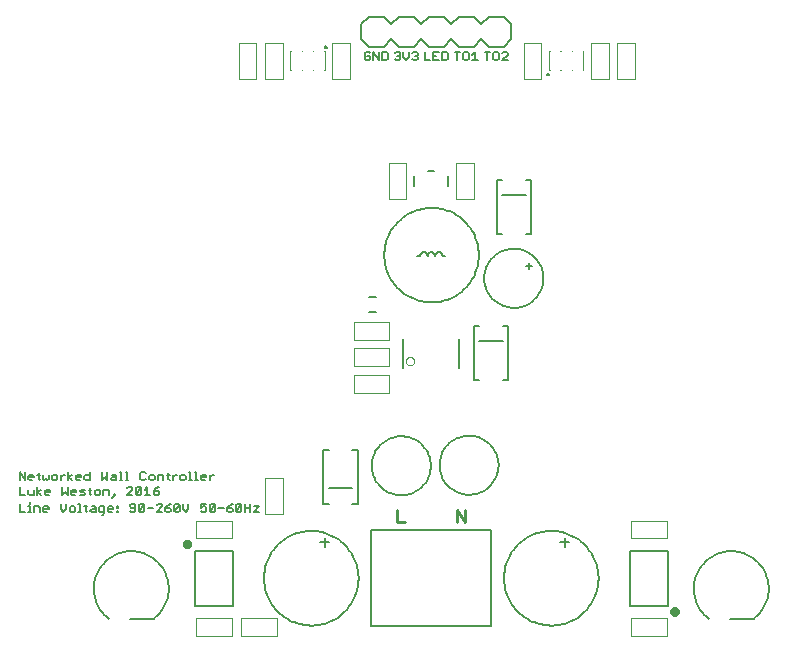
<source format=gto>
G75*
%MOIN*%
%OFA0B0*%
%FSLAX24Y24*%
%IPPOS*%
%LPD*%
%AMOC8*
5,1,8,0,0,1.08239X$1,22.5*
%
%ADD10C,0.0100*%
%ADD11C,0.0050*%
%ADD12C,0.0039*%
%ADD13C,0.0059*%
%ADD14C,0.0060*%
%ADD15C,0.0020*%
%ADD16C,0.0080*%
%ADD17C,0.0190*%
%ADD18C,0.0160*%
D10*
X013013Y005398D02*
X013279Y005398D01*
X013013Y005398D02*
X013013Y005799D01*
X015013Y005799D02*
X015013Y005398D01*
X015279Y005398D02*
X015013Y005799D01*
X015279Y005799D02*
X015279Y005398D01*
D11*
X004900Y002187D02*
X004119Y002187D01*
X003400Y002187D02*
X003346Y002230D01*
X003294Y002276D01*
X003245Y002325D01*
X003198Y002377D01*
X003155Y002431D01*
X003114Y002487D01*
X003077Y002546D01*
X003043Y002606D01*
X003013Y002669D01*
X002986Y002732D01*
X002962Y002798D01*
X002942Y002864D01*
X002926Y002932D01*
X002914Y003000D01*
X002906Y003069D01*
X002901Y003138D01*
X002900Y003208D01*
X002903Y003277D01*
X002910Y003346D01*
X002921Y003414D01*
X002935Y003482D01*
X002954Y003549D01*
X002976Y003615D01*
X003001Y003680D01*
X003030Y003743D01*
X003063Y003804D01*
X003099Y003863D01*
X003138Y003920D01*
X003180Y003976D01*
X003225Y004028D01*
X003273Y004078D01*
X003324Y004125D01*
X003378Y004170D01*
X003433Y004211D01*
X003491Y004249D01*
X003551Y004284D01*
X003613Y004316D01*
X003676Y004344D01*
X003741Y004368D01*
X003807Y004389D01*
X003875Y004406D01*
X003943Y004420D01*
X004012Y004429D01*
X004081Y004435D01*
X004150Y004437D01*
X004219Y004435D01*
X004288Y004429D01*
X004357Y004420D01*
X004425Y004406D01*
X004493Y004389D01*
X004559Y004368D01*
X004624Y004344D01*
X004687Y004316D01*
X004749Y004284D01*
X004809Y004249D01*
X004867Y004211D01*
X004922Y004170D01*
X004976Y004125D01*
X005027Y004078D01*
X005075Y004028D01*
X005120Y003976D01*
X005162Y003920D01*
X005201Y003863D01*
X005237Y003804D01*
X005270Y003743D01*
X005299Y003680D01*
X005324Y003615D01*
X005346Y003549D01*
X005365Y003482D01*
X005379Y003414D01*
X005390Y003346D01*
X005397Y003277D01*
X005400Y003208D01*
X005399Y003138D01*
X005394Y003069D01*
X005386Y003000D01*
X005374Y002932D01*
X005358Y002864D01*
X005338Y002798D01*
X005314Y002732D01*
X005287Y002669D01*
X005257Y002606D01*
X005223Y002546D01*
X005186Y002487D01*
X005145Y002431D01*
X005102Y002377D01*
X005055Y002325D01*
X005006Y002276D01*
X004954Y002230D01*
X004900Y002187D01*
X004992Y005748D02*
X005172Y005929D01*
X005172Y005974D01*
X005127Y006019D01*
X005037Y006019D01*
X004992Y005974D01*
X004878Y005884D02*
X004697Y005884D01*
X004583Y005974D02*
X004403Y005794D01*
X004448Y005748D01*
X004538Y005748D01*
X004583Y005794D01*
X004583Y005974D01*
X004538Y006019D01*
X004448Y006019D01*
X004403Y005974D01*
X004403Y005794D01*
X004288Y005794D02*
X004288Y005974D01*
X004243Y006019D01*
X004153Y006019D01*
X004108Y005974D01*
X004108Y005929D01*
X004153Y005884D01*
X004288Y005884D01*
X004288Y005794D02*
X004243Y005748D01*
X004153Y005748D01*
X004108Y005794D01*
X003711Y005794D02*
X003711Y005748D01*
X003666Y005748D01*
X003666Y005794D01*
X003711Y005794D01*
X003711Y005884D02*
X003666Y005884D01*
X003666Y005929D01*
X003711Y005929D01*
X003711Y005884D01*
X003552Y005884D02*
X003552Y005839D01*
X003372Y005839D01*
X003372Y005884D02*
X003417Y005929D01*
X003507Y005929D01*
X003552Y005884D01*
X003507Y005748D02*
X003417Y005748D01*
X003372Y005794D01*
X003372Y005884D01*
X003257Y005929D02*
X003122Y005929D01*
X003077Y005884D01*
X003077Y005794D01*
X003122Y005748D01*
X003257Y005748D01*
X003257Y005703D02*
X003257Y005929D01*
X003257Y005703D02*
X003212Y005658D01*
X003167Y005658D01*
X002962Y005748D02*
X002962Y005884D01*
X002917Y005929D01*
X002827Y005929D01*
X002827Y005839D02*
X002962Y005839D01*
X002962Y005748D02*
X002827Y005748D01*
X002782Y005794D01*
X002827Y005839D01*
X002676Y005929D02*
X002586Y005929D01*
X002631Y005974D02*
X002631Y005794D01*
X002676Y005748D01*
X002479Y005748D02*
X002389Y005748D01*
X002434Y005748D02*
X002434Y006019D01*
X002389Y006019D01*
X002275Y005884D02*
X002275Y005794D01*
X002230Y005748D01*
X002140Y005748D01*
X002095Y005794D01*
X002095Y005884D01*
X002140Y005929D01*
X002230Y005929D01*
X002275Y005884D01*
X001980Y005839D02*
X001890Y005748D01*
X001800Y005839D01*
X001800Y006019D01*
X001980Y006019D02*
X001980Y005839D01*
X002029Y006311D02*
X001939Y006401D01*
X001849Y006311D01*
X001849Y006581D01*
X002029Y006581D02*
X002029Y006311D01*
X002144Y006356D02*
X002144Y006446D01*
X002189Y006491D01*
X002279Y006491D01*
X002324Y006446D01*
X002324Y006401D01*
X002144Y006401D01*
X002144Y006356D02*
X002189Y006311D01*
X002279Y006311D01*
X002438Y006311D02*
X002574Y006311D01*
X002619Y006356D01*
X002574Y006401D01*
X002483Y006401D01*
X002438Y006446D01*
X002483Y006491D01*
X002619Y006491D01*
X002733Y006491D02*
X002823Y006491D01*
X002778Y006536D02*
X002778Y006356D01*
X002823Y006311D01*
X002930Y006356D02*
X002975Y006311D01*
X003065Y006311D01*
X003110Y006356D01*
X003110Y006446D01*
X003065Y006491D01*
X002975Y006491D01*
X002930Y006446D01*
X002930Y006356D01*
X003224Y006311D02*
X003224Y006491D01*
X003359Y006491D01*
X003404Y006446D01*
X003404Y006311D01*
X003519Y006221D02*
X003609Y006311D01*
X003564Y006311D01*
X003564Y006356D01*
X003609Y006356D01*
X003609Y006311D01*
X004010Y006311D02*
X004190Y006491D01*
X004190Y006536D01*
X004145Y006581D01*
X004055Y006581D01*
X004010Y006536D01*
X004010Y006311D02*
X004190Y006311D01*
X004305Y006356D02*
X004485Y006536D01*
X004485Y006356D01*
X004440Y006311D01*
X004350Y006311D01*
X004305Y006356D01*
X004305Y006536D01*
X004350Y006581D01*
X004440Y006581D01*
X004485Y006536D01*
X004599Y006491D02*
X004689Y006581D01*
X004689Y006311D01*
X004599Y006311D02*
X004779Y006311D01*
X004894Y006356D02*
X004939Y006311D01*
X005029Y006311D01*
X005074Y006356D01*
X005074Y006401D01*
X005029Y006446D01*
X004894Y006446D01*
X004894Y006356D01*
X004894Y006446D02*
X004984Y006536D01*
X005074Y006581D01*
X005041Y006811D02*
X005041Y006991D01*
X005176Y006991D01*
X005221Y006946D01*
X005221Y006811D01*
X005381Y006856D02*
X005426Y006811D01*
X005381Y006856D02*
X005381Y007036D01*
X005336Y006991D02*
X005426Y006991D01*
X005532Y006991D02*
X005532Y006811D01*
X005532Y006901D02*
X005622Y006991D01*
X005667Y006991D01*
X005778Y006946D02*
X005778Y006856D01*
X005823Y006811D01*
X005913Y006811D01*
X005958Y006856D01*
X005958Y006946D01*
X005913Y006991D01*
X005823Y006991D01*
X005778Y006946D01*
X006072Y006811D02*
X006163Y006811D01*
X006118Y006811D02*
X006118Y007081D01*
X006072Y007081D01*
X006269Y007081D02*
X006314Y007081D01*
X006314Y006811D01*
X006269Y006811D02*
X006359Y006811D01*
X006465Y006856D02*
X006465Y006946D01*
X006510Y006991D01*
X006600Y006991D01*
X006646Y006946D01*
X006646Y006901D01*
X006465Y006901D01*
X006465Y006856D02*
X006510Y006811D01*
X006600Y006811D01*
X006760Y006811D02*
X006760Y006991D01*
X006760Y006901D02*
X006850Y006991D01*
X006895Y006991D01*
X006895Y006019D02*
X006805Y006019D01*
X006760Y005974D01*
X006760Y005794D01*
X006940Y005974D01*
X006940Y005794D01*
X006895Y005748D01*
X006805Y005748D01*
X006760Y005794D01*
X006646Y005794D02*
X006600Y005748D01*
X006510Y005748D01*
X006465Y005794D01*
X006465Y005884D02*
X006555Y005929D01*
X006600Y005929D01*
X006646Y005884D01*
X006646Y005794D01*
X006465Y005884D02*
X006465Y006019D01*
X006646Y006019D01*
X006895Y006019D02*
X006940Y005974D01*
X007055Y005884D02*
X007235Y005884D01*
X007349Y005884D02*
X007484Y005884D01*
X007529Y005839D01*
X007529Y005794D01*
X007484Y005748D01*
X007394Y005748D01*
X007349Y005794D01*
X007349Y005884D01*
X007439Y005974D01*
X007529Y006019D01*
X007644Y005974D02*
X007689Y006019D01*
X007779Y006019D01*
X007824Y005974D01*
X007644Y005794D01*
X007689Y005748D01*
X007779Y005748D01*
X007824Y005794D01*
X007824Y005974D01*
X007939Y006019D02*
X007939Y005748D01*
X007939Y005884D02*
X008119Y005884D01*
X008233Y005929D02*
X008413Y005929D01*
X008233Y005748D01*
X008413Y005748D01*
X008119Y005748D02*
X008119Y006019D01*
X007644Y005974D02*
X007644Y005794D01*
X006056Y005839D02*
X006056Y006019D01*
X005876Y006019D02*
X005876Y005839D01*
X005966Y005748D01*
X006056Y005839D01*
X005762Y005794D02*
X005717Y005748D01*
X005626Y005748D01*
X005581Y005794D01*
X005762Y005974D01*
X005762Y005794D01*
X005762Y005974D02*
X005717Y006019D01*
X005626Y006019D01*
X005581Y005974D01*
X005581Y005794D01*
X005467Y005794D02*
X005467Y005839D01*
X005422Y005884D01*
X005287Y005884D01*
X005287Y005794D01*
X005332Y005748D01*
X005422Y005748D01*
X005467Y005794D01*
X005377Y005974D02*
X005287Y005884D01*
X005377Y005974D02*
X005467Y006019D01*
X005172Y005748D02*
X004992Y005748D01*
X004882Y006811D02*
X004792Y006811D01*
X004747Y006856D01*
X004747Y006946D01*
X004792Y006991D01*
X004882Y006991D01*
X004927Y006946D01*
X004927Y006856D01*
X004882Y006811D01*
X004632Y006856D02*
X004587Y006811D01*
X004497Y006811D01*
X004452Y006856D01*
X004452Y007036D01*
X004497Y007081D01*
X004587Y007081D01*
X004632Y007036D01*
X004051Y006811D02*
X003961Y006811D01*
X004006Y006811D02*
X004006Y007081D01*
X003961Y007081D01*
X003809Y007081D02*
X003809Y006811D01*
X003764Y006811D02*
X003854Y006811D01*
X003650Y006811D02*
X003515Y006811D01*
X003470Y006856D01*
X003515Y006901D01*
X003650Y006901D01*
X003650Y006946D02*
X003650Y006811D01*
X003650Y006946D02*
X003605Y006991D01*
X003515Y006991D01*
X003355Y007081D02*
X003355Y006811D01*
X003265Y006901D01*
X003175Y006811D01*
X003175Y007081D01*
X002766Y007081D02*
X002766Y006811D01*
X002631Y006811D01*
X002586Y006856D01*
X002586Y006946D01*
X002631Y006991D01*
X002766Y006991D01*
X002471Y006946D02*
X002471Y006901D01*
X002291Y006901D01*
X002291Y006856D02*
X002291Y006946D01*
X002336Y006991D01*
X002426Y006991D01*
X002471Y006946D01*
X002426Y006811D02*
X002336Y006811D01*
X002291Y006856D01*
X002181Y006811D02*
X002046Y006901D01*
X002181Y006991D01*
X002046Y007081D02*
X002046Y006811D01*
X001935Y006991D02*
X001890Y006991D01*
X001800Y006901D01*
X001800Y006811D02*
X001800Y006991D01*
X001686Y006946D02*
X001641Y006991D01*
X001550Y006991D01*
X001505Y006946D01*
X001505Y006856D01*
X001550Y006811D01*
X001641Y006811D01*
X001686Y006856D01*
X001686Y006946D01*
X001391Y006991D02*
X001391Y006856D01*
X001346Y006811D01*
X001301Y006856D01*
X001256Y006811D01*
X001211Y006856D01*
X001211Y006991D01*
X001104Y006991D02*
X001014Y006991D01*
X001059Y007036D02*
X001059Y006856D01*
X001104Y006811D01*
X000900Y006901D02*
X000720Y006901D01*
X000720Y006856D02*
X000720Y006946D01*
X000765Y006991D01*
X000855Y006991D01*
X000900Y006946D01*
X000900Y006901D01*
X000855Y006811D02*
X000765Y006811D01*
X000720Y006856D01*
X000605Y006811D02*
X000605Y007081D01*
X000425Y007081D02*
X000425Y006811D01*
X000605Y006811D02*
X000425Y007081D01*
X000425Y006581D02*
X000425Y006311D01*
X000605Y006311D01*
X000720Y006356D02*
X000765Y006311D01*
X000900Y006311D01*
X000900Y006491D01*
X001014Y006401D02*
X001149Y006491D01*
X001260Y006446D02*
X001305Y006491D01*
X001395Y006491D01*
X001440Y006446D01*
X001440Y006401D01*
X001260Y006401D01*
X001260Y006356D02*
X001260Y006446D01*
X001260Y006356D02*
X001305Y006311D01*
X001395Y006311D01*
X001149Y006311D02*
X001014Y006401D01*
X001014Y006311D02*
X001014Y006581D01*
X000720Y006491D02*
X000720Y006356D01*
X000765Y006064D02*
X000765Y006019D01*
X000765Y005929D02*
X000765Y005748D01*
X000720Y005748D02*
X000810Y005748D01*
X000916Y005748D02*
X000916Y005929D01*
X001051Y005929D01*
X001096Y005884D01*
X001096Y005748D01*
X001211Y005794D02*
X001211Y005884D01*
X001256Y005929D01*
X001346Y005929D01*
X001391Y005884D01*
X001391Y005839D01*
X001211Y005839D01*
X001211Y005794D02*
X001256Y005748D01*
X001346Y005748D01*
X000765Y005929D02*
X000720Y005929D01*
X000605Y005748D02*
X000425Y005748D01*
X000425Y006019D01*
X003764Y007081D02*
X003809Y007081D01*
X012166Y007286D02*
X012168Y007348D01*
X012174Y007411D01*
X012184Y007472D01*
X012198Y007533D01*
X012215Y007593D01*
X012236Y007652D01*
X012262Y007709D01*
X012290Y007764D01*
X012322Y007818D01*
X012358Y007869D01*
X012396Y007919D01*
X012438Y007965D01*
X012482Y008009D01*
X012530Y008050D01*
X012579Y008088D01*
X012631Y008122D01*
X012685Y008153D01*
X012741Y008181D01*
X012799Y008205D01*
X012858Y008226D01*
X012918Y008242D01*
X012979Y008255D01*
X013041Y008264D01*
X013103Y008269D01*
X013166Y008270D01*
X013228Y008267D01*
X013290Y008260D01*
X013352Y008249D01*
X013412Y008234D01*
X013472Y008216D01*
X013530Y008194D01*
X013587Y008168D01*
X013642Y008138D01*
X013695Y008105D01*
X013746Y008069D01*
X013794Y008030D01*
X013840Y007987D01*
X013883Y007942D01*
X013923Y007894D01*
X013960Y007844D01*
X013994Y007791D01*
X014025Y007737D01*
X014051Y007681D01*
X014075Y007623D01*
X014094Y007563D01*
X014110Y007503D01*
X014122Y007441D01*
X014130Y007380D01*
X014134Y007317D01*
X014134Y007255D01*
X014130Y007192D01*
X014122Y007131D01*
X014110Y007069D01*
X014094Y007009D01*
X014075Y006949D01*
X014051Y006891D01*
X014025Y006835D01*
X013994Y006781D01*
X013960Y006728D01*
X013923Y006678D01*
X013883Y006630D01*
X013840Y006585D01*
X013794Y006542D01*
X013746Y006503D01*
X013695Y006467D01*
X013642Y006434D01*
X013587Y006404D01*
X013530Y006378D01*
X013472Y006356D01*
X013412Y006338D01*
X013352Y006323D01*
X013290Y006312D01*
X013228Y006305D01*
X013166Y006302D01*
X013103Y006303D01*
X013041Y006308D01*
X012979Y006317D01*
X012918Y006330D01*
X012858Y006346D01*
X012799Y006367D01*
X012741Y006391D01*
X012685Y006419D01*
X012631Y006450D01*
X012579Y006484D01*
X012530Y006522D01*
X012482Y006563D01*
X012438Y006607D01*
X012396Y006653D01*
X012358Y006703D01*
X012322Y006754D01*
X012290Y006808D01*
X012262Y006863D01*
X012236Y006920D01*
X012215Y006979D01*
X012198Y007039D01*
X012184Y007100D01*
X012174Y007161D01*
X012168Y007224D01*
X012166Y007286D01*
X014426Y007306D02*
X014428Y007368D01*
X014434Y007431D01*
X014444Y007492D01*
X014458Y007553D01*
X014475Y007613D01*
X014496Y007672D01*
X014522Y007729D01*
X014550Y007784D01*
X014582Y007838D01*
X014618Y007889D01*
X014656Y007939D01*
X014698Y007985D01*
X014742Y008029D01*
X014790Y008070D01*
X014839Y008108D01*
X014891Y008142D01*
X014945Y008173D01*
X015001Y008201D01*
X015059Y008225D01*
X015118Y008246D01*
X015178Y008262D01*
X015239Y008275D01*
X015301Y008284D01*
X015363Y008289D01*
X015426Y008290D01*
X015488Y008287D01*
X015550Y008280D01*
X015612Y008269D01*
X015672Y008254D01*
X015732Y008236D01*
X015790Y008214D01*
X015847Y008188D01*
X015902Y008158D01*
X015955Y008125D01*
X016006Y008089D01*
X016054Y008050D01*
X016100Y008007D01*
X016143Y007962D01*
X016183Y007914D01*
X016220Y007864D01*
X016254Y007811D01*
X016285Y007757D01*
X016311Y007701D01*
X016335Y007643D01*
X016354Y007583D01*
X016370Y007523D01*
X016382Y007461D01*
X016390Y007400D01*
X016394Y007337D01*
X016394Y007275D01*
X016390Y007212D01*
X016382Y007151D01*
X016370Y007089D01*
X016354Y007029D01*
X016335Y006969D01*
X016311Y006911D01*
X016285Y006855D01*
X016254Y006801D01*
X016220Y006748D01*
X016183Y006698D01*
X016143Y006650D01*
X016100Y006605D01*
X016054Y006562D01*
X016006Y006523D01*
X015955Y006487D01*
X015902Y006454D01*
X015847Y006424D01*
X015790Y006398D01*
X015732Y006376D01*
X015672Y006358D01*
X015612Y006343D01*
X015550Y006332D01*
X015488Y006325D01*
X015426Y006322D01*
X015363Y006323D01*
X015301Y006328D01*
X015239Y006337D01*
X015178Y006350D01*
X015118Y006366D01*
X015059Y006387D01*
X015001Y006411D01*
X014945Y006439D01*
X014891Y006470D01*
X014839Y006504D01*
X014790Y006542D01*
X014742Y006583D01*
X014698Y006627D01*
X014656Y006673D01*
X014618Y006723D01*
X014582Y006774D01*
X014550Y006828D01*
X014522Y006883D01*
X014496Y006940D01*
X014475Y006999D01*
X014458Y007059D01*
X014444Y007120D01*
X014434Y007181D01*
X014428Y007244D01*
X014426Y007306D01*
X014525Y014286D02*
X014523Y014306D01*
X014519Y014325D01*
X014511Y014343D01*
X014501Y014359D01*
X014488Y014374D01*
X014473Y014387D01*
X014457Y014397D01*
X014439Y014405D01*
X014420Y014409D01*
X014400Y014411D01*
X014380Y014409D01*
X014361Y014405D01*
X014343Y014397D01*
X014327Y014387D01*
X014312Y014374D01*
X014299Y014359D01*
X014289Y014343D01*
X014281Y014325D01*
X014277Y014306D01*
X014275Y014286D01*
X012585Y014306D02*
X012587Y014385D01*
X012593Y014464D01*
X012603Y014543D01*
X012617Y014621D01*
X012634Y014698D01*
X012656Y014774D01*
X012681Y014849D01*
X012711Y014922D01*
X012743Y014994D01*
X012780Y015065D01*
X012820Y015133D01*
X012863Y015199D01*
X012909Y015263D01*
X012959Y015325D01*
X013012Y015384D01*
X013067Y015440D01*
X013126Y015494D01*
X013187Y015544D01*
X013250Y015592D01*
X013316Y015636D01*
X013384Y015677D01*
X013454Y015714D01*
X013525Y015748D01*
X013599Y015778D01*
X013673Y015804D01*
X013749Y015826D01*
X013826Y015845D01*
X013904Y015860D01*
X013982Y015871D01*
X014061Y015878D01*
X014140Y015881D01*
X014219Y015880D01*
X014298Y015875D01*
X014377Y015866D01*
X014455Y015853D01*
X014532Y015836D01*
X014609Y015816D01*
X014684Y015791D01*
X014758Y015763D01*
X014831Y015731D01*
X014901Y015696D01*
X014970Y015657D01*
X015037Y015614D01*
X015102Y015568D01*
X015164Y015520D01*
X015224Y015468D01*
X015281Y015413D01*
X015335Y015355D01*
X015386Y015295D01*
X015434Y015232D01*
X015479Y015167D01*
X015521Y015099D01*
X015559Y015030D01*
X015593Y014959D01*
X015624Y014886D01*
X015652Y014811D01*
X015675Y014736D01*
X015695Y014659D01*
X015711Y014582D01*
X015723Y014503D01*
X015731Y014425D01*
X015735Y014346D01*
X015735Y014266D01*
X015731Y014187D01*
X015723Y014109D01*
X015711Y014030D01*
X015695Y013953D01*
X015675Y013876D01*
X015652Y013801D01*
X015624Y013726D01*
X015593Y013653D01*
X015559Y013582D01*
X015521Y013513D01*
X015479Y013445D01*
X015434Y013380D01*
X015386Y013317D01*
X015335Y013257D01*
X015281Y013199D01*
X015224Y013144D01*
X015164Y013092D01*
X015102Y013044D01*
X015037Y012998D01*
X014970Y012955D01*
X014901Y012916D01*
X014831Y012881D01*
X014758Y012849D01*
X014684Y012821D01*
X014609Y012796D01*
X014532Y012776D01*
X014455Y012759D01*
X014377Y012746D01*
X014298Y012737D01*
X014219Y012732D01*
X014140Y012731D01*
X014061Y012734D01*
X013982Y012741D01*
X013904Y012752D01*
X013826Y012767D01*
X013749Y012786D01*
X013673Y012808D01*
X013599Y012834D01*
X013525Y012864D01*
X013454Y012898D01*
X013384Y012935D01*
X013316Y012976D01*
X013250Y013020D01*
X013187Y013068D01*
X013126Y013118D01*
X013067Y013172D01*
X013012Y013228D01*
X012959Y013287D01*
X012909Y013349D01*
X012863Y013413D01*
X012820Y013479D01*
X012780Y013547D01*
X012743Y013618D01*
X012711Y013690D01*
X012681Y013763D01*
X012656Y013838D01*
X012634Y013914D01*
X012617Y013991D01*
X012603Y014069D01*
X012593Y014148D01*
X012587Y014227D01*
X012585Y014306D01*
X013681Y014286D02*
X013775Y014286D01*
X013900Y014411D02*
X013922Y014409D01*
X013943Y014403D01*
X013963Y014394D01*
X013980Y014382D01*
X013996Y014366D01*
X014008Y014349D01*
X014017Y014329D01*
X014023Y014308D01*
X014025Y014286D01*
X014027Y014306D01*
X014031Y014325D01*
X014039Y014343D01*
X014049Y014359D01*
X014062Y014374D01*
X014077Y014387D01*
X014093Y014397D01*
X014111Y014405D01*
X014130Y014409D01*
X014150Y014411D01*
X014150Y014411D01*
X014170Y014409D01*
X014189Y014405D01*
X014207Y014397D01*
X014223Y014387D01*
X014238Y014374D01*
X014251Y014359D01*
X014261Y014343D01*
X014269Y014325D01*
X014273Y014306D01*
X014275Y014286D01*
X014525Y014286D02*
X014619Y014286D01*
X013900Y014411D02*
X013880Y014409D01*
X013861Y014405D01*
X013843Y014397D01*
X013827Y014387D01*
X013812Y014374D01*
X013799Y014359D01*
X013789Y014343D01*
X013781Y014325D01*
X013777Y014306D01*
X013775Y014286D01*
X013649Y020811D02*
X013559Y020811D01*
X013514Y020856D01*
X013400Y020901D02*
X013400Y021081D01*
X013514Y021036D02*
X013559Y021081D01*
X013649Y021081D01*
X013694Y021036D01*
X013694Y020991D01*
X013649Y020946D01*
X013694Y020901D01*
X013694Y020856D01*
X013649Y020811D01*
X013649Y020946D02*
X013604Y020946D01*
X013400Y020901D02*
X013310Y020811D01*
X013220Y020901D01*
X013220Y021081D01*
X013105Y021036D02*
X013105Y020991D01*
X013060Y020946D01*
X013105Y020901D01*
X013105Y020856D01*
X013060Y020811D01*
X012970Y020811D01*
X012925Y020856D01*
X013015Y020946D02*
X013060Y020946D01*
X013105Y021036D02*
X013060Y021081D01*
X012970Y021081D01*
X012925Y021036D01*
X012694Y021036D02*
X012694Y020856D01*
X012649Y020811D01*
X012514Y020811D01*
X012514Y021081D01*
X012649Y021081D01*
X012694Y021036D01*
X012400Y021081D02*
X012400Y020811D01*
X012220Y021081D01*
X012220Y020811D01*
X012105Y020856D02*
X012105Y020946D01*
X012015Y020946D01*
X011925Y021036D02*
X011925Y020856D01*
X011970Y020811D01*
X012060Y020811D01*
X012105Y020856D01*
X012105Y021036D02*
X012060Y021081D01*
X011970Y021081D01*
X011925Y021036D01*
X013925Y021081D02*
X013925Y020811D01*
X014105Y020811D01*
X014220Y020811D02*
X014400Y020811D01*
X014514Y020811D02*
X014649Y020811D01*
X014694Y020856D01*
X014694Y021036D01*
X014649Y021081D01*
X014514Y021081D01*
X014514Y020811D01*
X014310Y020946D02*
X014220Y020946D01*
X014220Y021081D02*
X014220Y020811D01*
X014220Y021081D02*
X014400Y021081D01*
X014925Y021081D02*
X015105Y021081D01*
X015015Y021081D02*
X015015Y020811D01*
X015220Y020856D02*
X015220Y021036D01*
X015265Y021081D01*
X015355Y021081D01*
X015400Y021036D01*
X015400Y020856D01*
X015355Y020811D01*
X015265Y020811D01*
X015220Y020856D01*
X015514Y020811D02*
X015694Y020811D01*
X015604Y020811D02*
X015604Y021081D01*
X015514Y020991D01*
X015925Y021081D02*
X016105Y021081D01*
X016015Y021081D02*
X016015Y020811D01*
X016220Y020856D02*
X016220Y021036D01*
X016265Y021081D01*
X016355Y021081D01*
X016400Y021036D01*
X016400Y020856D01*
X016355Y020811D01*
X016265Y020811D01*
X016220Y020856D01*
X016514Y020811D02*
X016694Y020991D01*
X016694Y021036D01*
X016649Y021081D01*
X016559Y021081D01*
X016514Y021036D01*
X016514Y020811D02*
X016694Y020811D01*
X023400Y002187D02*
X023346Y002230D01*
X023294Y002276D01*
X023245Y002325D01*
X023198Y002377D01*
X023155Y002431D01*
X023114Y002487D01*
X023077Y002546D01*
X023043Y002606D01*
X023013Y002669D01*
X022986Y002732D01*
X022962Y002798D01*
X022942Y002864D01*
X022926Y002932D01*
X022914Y003000D01*
X022906Y003069D01*
X022901Y003138D01*
X022900Y003208D01*
X022903Y003277D01*
X022910Y003346D01*
X022921Y003414D01*
X022935Y003482D01*
X022954Y003549D01*
X022976Y003615D01*
X023001Y003680D01*
X023030Y003743D01*
X023063Y003804D01*
X023099Y003863D01*
X023138Y003920D01*
X023180Y003976D01*
X023225Y004028D01*
X023273Y004078D01*
X023324Y004125D01*
X023378Y004170D01*
X023433Y004211D01*
X023491Y004249D01*
X023551Y004284D01*
X023613Y004316D01*
X023676Y004344D01*
X023741Y004368D01*
X023807Y004389D01*
X023875Y004406D01*
X023943Y004420D01*
X024012Y004429D01*
X024081Y004435D01*
X024150Y004437D01*
X024219Y004435D01*
X024288Y004429D01*
X024357Y004420D01*
X024425Y004406D01*
X024493Y004389D01*
X024559Y004368D01*
X024624Y004344D01*
X024687Y004316D01*
X024749Y004284D01*
X024809Y004249D01*
X024867Y004211D01*
X024922Y004170D01*
X024976Y004125D01*
X025027Y004078D01*
X025075Y004028D01*
X025120Y003976D01*
X025162Y003920D01*
X025201Y003863D01*
X025237Y003804D01*
X025270Y003743D01*
X025299Y003680D01*
X025324Y003615D01*
X025346Y003549D01*
X025365Y003482D01*
X025379Y003414D01*
X025390Y003346D01*
X025397Y003277D01*
X025400Y003208D01*
X025399Y003138D01*
X025394Y003069D01*
X025386Y003000D01*
X025374Y002932D01*
X025358Y002864D01*
X025338Y002798D01*
X025314Y002732D01*
X025287Y002669D01*
X025257Y002606D01*
X025223Y002546D01*
X025186Y002487D01*
X025145Y002431D01*
X025102Y002377D01*
X025055Y002325D01*
X025006Y002276D01*
X024954Y002230D01*
X024900Y002187D01*
X024119Y002187D01*
D12*
X021991Y002206D02*
X021991Y001616D01*
X020809Y001616D01*
X020809Y002206D01*
X021991Y002206D01*
X021991Y004866D02*
X020809Y004866D01*
X020809Y005456D01*
X021991Y005456D01*
X021991Y004866D01*
X012741Y009711D02*
X011559Y009711D01*
X011559Y010301D01*
X012741Y010301D01*
X012741Y009711D01*
X012741Y010616D02*
X011559Y010616D01*
X011559Y011206D01*
X012741Y011206D01*
X012741Y010616D01*
X012741Y011491D02*
X011559Y011491D01*
X011559Y012081D01*
X012741Y012081D01*
X012741Y011491D01*
X012730Y016195D02*
X012730Y017377D01*
X013320Y017377D01*
X013320Y016195D01*
X012730Y016195D01*
X014980Y016195D02*
X015570Y016195D01*
X015570Y017377D01*
X014980Y017377D01*
X014980Y016195D01*
X017230Y020195D02*
X017230Y021377D01*
X017820Y021377D01*
X017820Y020195D01*
X017230Y020195D01*
X018079Y020471D02*
X018079Y021101D01*
X018099Y021101D01*
X018453Y021101D02*
X018473Y021101D01*
X018827Y021101D02*
X018847Y021101D01*
X019201Y021101D02*
X019221Y021101D01*
X019221Y020471D01*
X019201Y020471D01*
X018847Y020471D02*
X018827Y020471D01*
X018473Y020471D02*
X018453Y020471D01*
X018099Y020471D02*
X018079Y020471D01*
X019480Y020195D02*
X019480Y021377D01*
X020070Y021377D01*
X020070Y020195D01*
X019480Y020195D01*
X020355Y020195D02*
X020945Y020195D01*
X020945Y021377D01*
X020355Y021377D01*
X020355Y020195D01*
X011445Y020195D02*
X010855Y020195D01*
X010855Y021377D01*
X011445Y021377D01*
X011445Y020195D01*
X010596Y020471D02*
X010576Y020471D01*
X010596Y020471D02*
X010596Y021101D01*
X010576Y021101D01*
X010222Y021101D02*
X010202Y021101D01*
X009848Y021101D02*
X009828Y021101D01*
X009474Y021101D02*
X009454Y021101D01*
X009454Y020471D01*
X009474Y020471D01*
X009828Y020471D02*
X009848Y020471D01*
X010202Y020471D02*
X010222Y020471D01*
X009195Y020195D02*
X009195Y021377D01*
X008605Y021377D01*
X008605Y020195D01*
X009195Y020195D01*
X008320Y020195D02*
X007730Y020195D01*
X007730Y021377D01*
X008320Y021377D01*
X008320Y020195D01*
X008605Y006877D02*
X009195Y006877D01*
X009195Y005695D01*
X008605Y005695D01*
X008605Y006877D01*
X007491Y005456D02*
X007491Y004866D01*
X006309Y004866D01*
X006309Y005456D01*
X007491Y005456D01*
X007491Y002206D02*
X006309Y002206D01*
X006309Y001616D01*
X007491Y001616D01*
X007491Y002206D01*
X007809Y002206D02*
X008991Y002206D01*
X008991Y001616D01*
X007809Y001616D01*
X007809Y002206D01*
D13*
X018012Y020333D02*
X018014Y020343D01*
X018019Y020352D01*
X018028Y020358D01*
X018037Y020361D01*
X018048Y020360D01*
X018057Y020355D01*
X018064Y020348D01*
X018068Y020338D01*
X018068Y020328D01*
X018064Y020318D01*
X018057Y020311D01*
X018048Y020306D01*
X018037Y020305D01*
X018028Y020308D01*
X018019Y020314D01*
X018014Y020323D01*
X018012Y020333D01*
X010607Y021239D02*
X010609Y021249D01*
X010614Y021258D01*
X010623Y021264D01*
X010632Y021267D01*
X010643Y021266D01*
X010652Y021261D01*
X010659Y021254D01*
X010663Y021244D01*
X010663Y021234D01*
X010659Y021224D01*
X010652Y021217D01*
X010643Y021212D01*
X010632Y021211D01*
X010623Y021214D01*
X010614Y021220D01*
X010609Y021229D01*
X010607Y021239D01*
D14*
X011823Y021508D02*
X012073Y021258D01*
X012573Y021258D01*
X012823Y021508D01*
X013073Y021258D01*
X013573Y021258D01*
X013823Y021508D01*
X014073Y021258D01*
X014573Y021258D01*
X014823Y021508D01*
X015073Y021258D01*
X015573Y021258D01*
X015823Y021508D01*
X016073Y021258D01*
X016573Y021258D01*
X016823Y021508D01*
X016823Y022008D01*
X016573Y022258D01*
X016073Y022258D01*
X015823Y022008D01*
X015573Y022258D01*
X015073Y022258D01*
X014823Y022008D01*
X014573Y022258D01*
X014073Y022258D01*
X013823Y022008D01*
X013573Y022258D01*
X013073Y022258D01*
X012823Y022008D01*
X012573Y022258D01*
X012073Y022258D01*
X011823Y022008D01*
X011823Y021508D01*
X017403Y014036D02*
X017403Y013836D01*
X017303Y013936D02*
X017503Y013936D01*
X015916Y013536D02*
X015918Y013598D01*
X015924Y013661D01*
X015934Y013722D01*
X015948Y013783D01*
X015965Y013843D01*
X015986Y013902D01*
X016012Y013959D01*
X016040Y014014D01*
X016072Y014068D01*
X016108Y014119D01*
X016146Y014169D01*
X016188Y014215D01*
X016232Y014259D01*
X016280Y014300D01*
X016329Y014338D01*
X016381Y014372D01*
X016435Y014403D01*
X016491Y014431D01*
X016549Y014455D01*
X016608Y014476D01*
X016668Y014492D01*
X016729Y014505D01*
X016791Y014514D01*
X016853Y014519D01*
X016916Y014520D01*
X016978Y014517D01*
X017040Y014510D01*
X017102Y014499D01*
X017162Y014484D01*
X017222Y014466D01*
X017280Y014444D01*
X017337Y014418D01*
X017392Y014388D01*
X017445Y014355D01*
X017496Y014319D01*
X017544Y014280D01*
X017590Y014237D01*
X017633Y014192D01*
X017673Y014144D01*
X017710Y014094D01*
X017744Y014041D01*
X017775Y013987D01*
X017801Y013931D01*
X017825Y013873D01*
X017844Y013813D01*
X017860Y013753D01*
X017872Y013691D01*
X017880Y013630D01*
X017884Y013567D01*
X017884Y013505D01*
X017880Y013442D01*
X017872Y013381D01*
X017860Y013319D01*
X017844Y013259D01*
X017825Y013199D01*
X017801Y013141D01*
X017775Y013085D01*
X017744Y013031D01*
X017710Y012978D01*
X017673Y012928D01*
X017633Y012880D01*
X017590Y012835D01*
X017544Y012792D01*
X017496Y012753D01*
X017445Y012717D01*
X017392Y012684D01*
X017337Y012654D01*
X017280Y012628D01*
X017222Y012606D01*
X017162Y012588D01*
X017102Y012573D01*
X017040Y012562D01*
X016978Y012555D01*
X016916Y012552D01*
X016853Y012553D01*
X016791Y012558D01*
X016729Y012567D01*
X016668Y012580D01*
X016608Y012596D01*
X016549Y012617D01*
X016491Y012641D01*
X016435Y012669D01*
X016381Y012700D01*
X016329Y012734D01*
X016280Y012772D01*
X016232Y012813D01*
X016188Y012857D01*
X016146Y012903D01*
X016108Y012953D01*
X016072Y013004D01*
X016040Y013058D01*
X016012Y013113D01*
X015986Y013170D01*
X015965Y013229D01*
X015948Y013289D01*
X015934Y013350D01*
X015924Y013411D01*
X015918Y013474D01*
X015916Y013536D01*
X015080Y011527D02*
X015080Y010545D01*
X013220Y010545D02*
X013220Y011527D01*
X012307Y012425D02*
X012071Y012425D01*
X012071Y012897D02*
X012307Y012897D01*
X012150Y005136D02*
X016150Y005136D01*
X016150Y001936D01*
X012150Y001936D01*
X012150Y005136D01*
X010750Y004736D02*
X010450Y004736D01*
X010600Y004886D02*
X010600Y004586D01*
X008575Y003536D02*
X008577Y003615D01*
X008583Y003694D01*
X008593Y003773D01*
X008607Y003851D01*
X008624Y003928D01*
X008646Y004004D01*
X008671Y004079D01*
X008701Y004152D01*
X008733Y004224D01*
X008770Y004295D01*
X008810Y004363D01*
X008853Y004429D01*
X008899Y004493D01*
X008949Y004555D01*
X009002Y004614D01*
X009057Y004670D01*
X009116Y004724D01*
X009177Y004774D01*
X009240Y004822D01*
X009306Y004866D01*
X009374Y004907D01*
X009444Y004944D01*
X009515Y004978D01*
X009589Y005008D01*
X009663Y005034D01*
X009739Y005056D01*
X009816Y005075D01*
X009894Y005090D01*
X009972Y005101D01*
X010051Y005108D01*
X010130Y005111D01*
X010209Y005110D01*
X010288Y005105D01*
X010367Y005096D01*
X010445Y005083D01*
X010522Y005066D01*
X010599Y005046D01*
X010674Y005021D01*
X010748Y004993D01*
X010821Y004961D01*
X010891Y004926D01*
X010960Y004887D01*
X011027Y004844D01*
X011092Y004798D01*
X011154Y004750D01*
X011214Y004698D01*
X011271Y004643D01*
X011325Y004585D01*
X011376Y004525D01*
X011424Y004462D01*
X011469Y004397D01*
X011511Y004329D01*
X011549Y004260D01*
X011583Y004189D01*
X011614Y004116D01*
X011642Y004041D01*
X011665Y003966D01*
X011685Y003889D01*
X011701Y003812D01*
X011713Y003733D01*
X011721Y003655D01*
X011725Y003576D01*
X011725Y003496D01*
X011721Y003417D01*
X011713Y003339D01*
X011701Y003260D01*
X011685Y003183D01*
X011665Y003106D01*
X011642Y003031D01*
X011614Y002956D01*
X011583Y002883D01*
X011549Y002812D01*
X011511Y002743D01*
X011469Y002675D01*
X011424Y002610D01*
X011376Y002547D01*
X011325Y002487D01*
X011271Y002429D01*
X011214Y002374D01*
X011154Y002322D01*
X011092Y002274D01*
X011027Y002228D01*
X010960Y002185D01*
X010891Y002146D01*
X010821Y002111D01*
X010748Y002079D01*
X010674Y002051D01*
X010599Y002026D01*
X010522Y002006D01*
X010445Y001989D01*
X010367Y001976D01*
X010288Y001967D01*
X010209Y001962D01*
X010130Y001961D01*
X010051Y001964D01*
X009972Y001971D01*
X009894Y001982D01*
X009816Y001997D01*
X009739Y002016D01*
X009663Y002038D01*
X009589Y002064D01*
X009515Y002094D01*
X009444Y002128D01*
X009374Y002165D01*
X009306Y002206D01*
X009240Y002250D01*
X009177Y002298D01*
X009116Y002348D01*
X009057Y002402D01*
X009002Y002458D01*
X008949Y002517D01*
X008899Y002579D01*
X008853Y002643D01*
X008810Y002709D01*
X008770Y002777D01*
X008733Y002848D01*
X008701Y002920D01*
X008671Y002993D01*
X008646Y003068D01*
X008624Y003144D01*
X008607Y003221D01*
X008593Y003299D01*
X008583Y003378D01*
X008577Y003457D01*
X008575Y003536D01*
X016575Y003536D02*
X016577Y003615D01*
X016583Y003694D01*
X016593Y003773D01*
X016607Y003851D01*
X016624Y003928D01*
X016646Y004004D01*
X016671Y004079D01*
X016701Y004152D01*
X016733Y004224D01*
X016770Y004295D01*
X016810Y004363D01*
X016853Y004429D01*
X016899Y004493D01*
X016949Y004555D01*
X017002Y004614D01*
X017057Y004670D01*
X017116Y004724D01*
X017177Y004774D01*
X017240Y004822D01*
X017306Y004866D01*
X017374Y004907D01*
X017444Y004944D01*
X017515Y004978D01*
X017589Y005008D01*
X017663Y005034D01*
X017739Y005056D01*
X017816Y005075D01*
X017894Y005090D01*
X017972Y005101D01*
X018051Y005108D01*
X018130Y005111D01*
X018209Y005110D01*
X018288Y005105D01*
X018367Y005096D01*
X018445Y005083D01*
X018522Y005066D01*
X018599Y005046D01*
X018674Y005021D01*
X018748Y004993D01*
X018821Y004961D01*
X018891Y004926D01*
X018960Y004887D01*
X019027Y004844D01*
X019092Y004798D01*
X019154Y004750D01*
X019214Y004698D01*
X019271Y004643D01*
X019325Y004585D01*
X019376Y004525D01*
X019424Y004462D01*
X019469Y004397D01*
X019511Y004329D01*
X019549Y004260D01*
X019583Y004189D01*
X019614Y004116D01*
X019642Y004041D01*
X019665Y003966D01*
X019685Y003889D01*
X019701Y003812D01*
X019713Y003733D01*
X019721Y003655D01*
X019725Y003576D01*
X019725Y003496D01*
X019721Y003417D01*
X019713Y003339D01*
X019701Y003260D01*
X019685Y003183D01*
X019665Y003106D01*
X019642Y003031D01*
X019614Y002956D01*
X019583Y002883D01*
X019549Y002812D01*
X019511Y002743D01*
X019469Y002675D01*
X019424Y002610D01*
X019376Y002547D01*
X019325Y002487D01*
X019271Y002429D01*
X019214Y002374D01*
X019154Y002322D01*
X019092Y002274D01*
X019027Y002228D01*
X018960Y002185D01*
X018891Y002146D01*
X018821Y002111D01*
X018748Y002079D01*
X018674Y002051D01*
X018599Y002026D01*
X018522Y002006D01*
X018445Y001989D01*
X018367Y001976D01*
X018288Y001967D01*
X018209Y001962D01*
X018130Y001961D01*
X018051Y001964D01*
X017972Y001971D01*
X017894Y001982D01*
X017816Y001997D01*
X017739Y002016D01*
X017663Y002038D01*
X017589Y002064D01*
X017515Y002094D01*
X017444Y002128D01*
X017374Y002165D01*
X017306Y002206D01*
X017240Y002250D01*
X017177Y002298D01*
X017116Y002348D01*
X017057Y002402D01*
X017002Y002458D01*
X016949Y002517D01*
X016899Y002579D01*
X016853Y002643D01*
X016810Y002709D01*
X016770Y002777D01*
X016733Y002848D01*
X016701Y002920D01*
X016671Y002993D01*
X016646Y003068D01*
X016624Y003144D01*
X016607Y003221D01*
X016593Y003299D01*
X016583Y003378D01*
X016577Y003457D01*
X016575Y003536D01*
X018450Y004736D02*
X018750Y004736D01*
X018600Y004886D02*
X018600Y004586D01*
D15*
X013300Y010771D02*
X013302Y010794D01*
X013308Y010816D01*
X013317Y010838D01*
X013330Y010857D01*
X013345Y010874D01*
X013363Y010888D01*
X013384Y010899D01*
X013406Y010907D01*
X013428Y010911D01*
X013452Y010911D01*
X013474Y010907D01*
X013496Y010899D01*
X013517Y010888D01*
X013535Y010874D01*
X013550Y010857D01*
X013563Y010838D01*
X013572Y010816D01*
X013578Y010794D01*
X013580Y010771D01*
X013578Y010748D01*
X013572Y010726D01*
X013563Y010704D01*
X013550Y010685D01*
X013535Y010668D01*
X013517Y010654D01*
X013496Y010643D01*
X013474Y010635D01*
X013452Y010631D01*
X013428Y010631D01*
X013406Y010635D01*
X013384Y010643D01*
X013363Y010654D01*
X013345Y010668D01*
X013330Y010685D01*
X013317Y010704D01*
X013308Y010726D01*
X013302Y010748D01*
X013300Y010771D01*
D16*
X015579Y010130D02*
X015579Y011942D01*
X015756Y011942D01*
X015756Y011430D02*
X016544Y011430D01*
X016544Y011942D02*
X016721Y011942D01*
X016721Y010130D01*
X016544Y010130D01*
X015756Y010130D02*
X015579Y010130D01*
X011694Y007828D02*
X011694Y006017D01*
X011517Y006017D01*
X011517Y006529D02*
X010730Y006529D01*
X010730Y006017D02*
X010553Y006017D01*
X010553Y007828D01*
X010730Y007828D01*
X011517Y007828D02*
X011694Y007828D01*
X007538Y004461D02*
X006262Y004461D01*
X006262Y002611D01*
X007538Y002611D01*
X007538Y004461D01*
X016329Y015005D02*
X016329Y016817D01*
X016506Y016817D01*
X016506Y016305D02*
X017294Y016305D01*
X017294Y016817D02*
X017471Y016817D01*
X017471Y015005D01*
X017294Y015005D01*
X016506Y015005D02*
X016329Y015005D01*
X014710Y016617D02*
X014710Y016955D01*
X014256Y017105D02*
X014044Y017105D01*
X013590Y016955D02*
X013590Y016617D01*
X020762Y004461D02*
X020762Y002611D01*
X022038Y002611D01*
X022038Y004461D01*
X020762Y004461D01*
D17*
X022215Y002411D02*
X022217Y002426D01*
X022222Y002440D01*
X022231Y002452D01*
X022243Y002462D01*
X022256Y002468D01*
X022271Y002471D01*
X022286Y002470D01*
X022301Y002465D01*
X022313Y002457D01*
X022324Y002446D01*
X022331Y002433D01*
X022335Y002419D01*
X022335Y002403D01*
X022331Y002389D01*
X022324Y002376D01*
X022313Y002365D01*
X022301Y002357D01*
X022286Y002352D01*
X022271Y002351D01*
X022256Y002354D01*
X022243Y002360D01*
X022231Y002370D01*
X022222Y002382D01*
X022217Y002396D01*
X022215Y002411D01*
X005965Y004661D02*
X005967Y004676D01*
X005972Y004690D01*
X005981Y004702D01*
X005993Y004712D01*
X006006Y004718D01*
X006021Y004721D01*
X006036Y004720D01*
X006051Y004715D01*
X006063Y004707D01*
X006074Y004696D01*
X006081Y004683D01*
X006085Y004669D01*
X006085Y004653D01*
X006081Y004639D01*
X006074Y004626D01*
X006063Y004615D01*
X006051Y004607D01*
X006036Y004602D01*
X006021Y004601D01*
X006006Y004604D01*
X005993Y004610D01*
X005981Y004620D01*
X005972Y004632D01*
X005967Y004646D01*
X005965Y004661D01*
D18*
X006025Y004661D02*
X006025Y004736D01*
X022275Y002411D02*
X022275Y002336D01*
M02*

</source>
